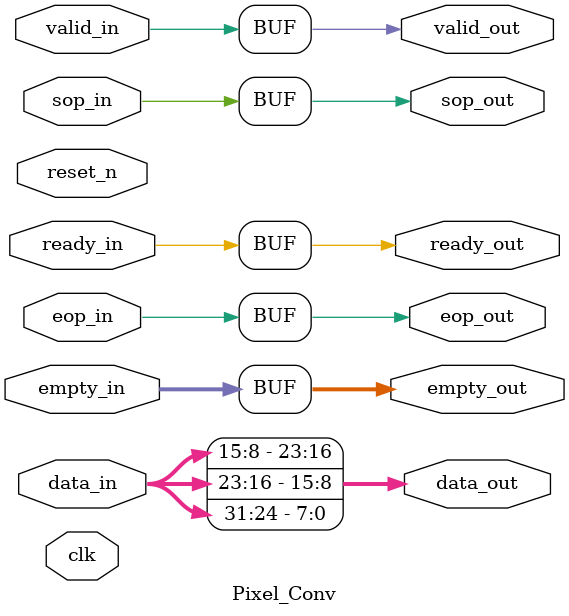
<source format=v>




// This file is only provided for you to read because there is some possibility that 
// it may improve your understanding of the Cyclone 5 starter kit.

// This file is provided on CONDITION that the authors shall NOT be liable for the 
// consequences of your use of any part of it.
// Do NOT use this file in any product.
// If you do not agree then delete all copies of this file in your possession.
// ALL copies or Modified copies of this file MUST contain these warnings & conditions.


// Do NOT use this file in any product.
// ***********************************



////////////////////////////////////////////////////////////////
//
// Video Pixel Converter
//     (Pixel_Conv.v)
//
// THIS is a Special YCbCr Version of the original Pixel Converter by wwkong
//
//
// OVERVIEW
//     This core converts 32-bit data in the format of Cb-Y-Cr-0 to 24-bit data
//     of format Cr-Y-Cb by discarding the Least Significant Byte (LSB)
//     AND
//     SWAPPING the RED & BLUE Bytes
//
// DEPLOYMENT
//     This core is implemented as an SOPC Builder component with a
//     single Avalon-ST data-sink (input) and Avalon-ST data-source
//     (output) signals. An associated TCL Metadata file declares this
//     core and  its interfaces for use in an SOPC Builder system.
//                           
////////////////////////////////////////////////////////////////

module Pixel_Conv
(
  // Global Signals
  clk,
  reset_n,

  // Avalon ST sink
  ready_out,
  valid_in,
  data_in,
  sop_in,
  eop_in,
  empty_in,

  // Avalon ST source
  ready_in,
  valid_out,
  data_out,
  sop_out,
  eop_out,
  empty_out
);

  parameter	SOURCE_SYMBOLS_PER_BEAT = 3;
  localparam 	SOURCE_EMPTY_WIDTH = (log2(SOURCE_SYMBOLS_PER_BEAT));
  // Global Signals
  input			clk;
  input 		reset_n;
  

  // Avalon ST sink
  output 		ready_out;
  input 		valid_in;
  input [31:0]	data_in;
  input 		sop_in;
  input 		eop_in;
  input [1:0]   empty_in;

  // Avalon ST source
  input 		ready_in;
  output 		valid_out;
  output [23:0]	data_out;
  output 		sop_out;
  output 		eop_out;
  output [(SOURCE_EMPTY_WIDTH - 1):0]	empty_out;

  function integer log2;
   	input [31:0]        value;
	for (log2=0; value>0; log2=log2+1)
		value = value>>1;
  endfunction

  assign ready_out = ready_in;
  assign valid_out = valid_in;
  assign sop_out = sop_in;
  assign eop_out = eop_in;
  assign empty_out = empty_in;

  assign data_out[23:16] = data_in[15:8];
  assign data_out[15:8]  = data_in[23:16];
  assign data_out[7:0]   = data_in[31:24];

endmodule


// synthesis translate_off
// Testbench for the Pixel_Conv

module test_Pixel_Conv;
   integer      result;
   
   reg          clk;
   reg          reset_n;
   
   reg [31:0]   data_in;
   reg          valid_in;
   reg          sop_in;
   reg          eop_in;
   reg [1:0]    empty_in;
   reg          ready_in;
   
   wire [23:0]  data_out;
   wire         valid_out;
   wire         sop_out;
   wire         eop_out;
   wire [1:0]   empty_out;
   wire         ready_out;
   
   /* The DUT */
   Pixel_Conv dut (
     // Global Signals
     .clk(clk),
     .reset_n(reset_n),
   
     // Avalon ST sink
     .ready_out(ready_out),
     .valid_in(valid_in),
     .data_in(data_in),
     .sop_in(sop_in),
     .eop_in(eop_in),
     .empty_in(empty_in),

     // Avalon ST source
     .ready_in(ready_in),
     .valid_out(valid_out),
     .data_out(data_out),
     .sop_out(sop_out),
     .eop_out(eop_out),
     .empty_out(empty_out)
   );
   
   
   
   /* Clock Generator */
   always 
   begin
      clk <= 1'b1 ; 
      #10; 
      clk <= 1'b0 ; 
      #10;
   end
   
   
      
   initial
   begin
      result <= 1;
		
		/* Reset the system */
		reset_n <= 0;
		@(negedge clk);
		reset_n <= 1;
		
		/* Testing Valid Signal */
		$display("\n### Testing Valid Signal ... ###\n");
		data_in  <= 32'h0;
      valid_in <= 1'h1;
      sop_in   <= 1'h0;
      eop_in   <= 1'h0;
      empty_in <= 2'h0;
      ready_in <= 1'h0;
      #1;
		if (data_out  == 24'h0 &&
          valid_out == 1'h1 &&
          sop_out   == 1'h0 &&
          eop_out   == 1'h0 &&
          empty_out == 2'h0 &&
          ready_out == 1'h0)
		begin
			$display("---Passed");
		end
		else
		begin
			$display("---Failed");
			result <= 0;
		end
		
		
		
		/* Testing SOP Signal */
		$display("\n### Testing SOP Signal ... ###\n");
		data_in  <= 32'h0;
      valid_in <= 1'h0;
      sop_in   <= 1'h1;
      eop_in   <= 1'h0;
      empty_in <= 2'h0;
      ready_in <= 1'h0;
      #1;
		if (data_out  == 24'h0 &&
          valid_out == 1'h0 &&
          sop_out   == 1'h1 &&
          eop_out   == 1'h0 &&
          empty_out == 2'h0 &&
          ready_out == 1'h0)
		begin
			$display("---Passed");
		end
		else
		begin
			$display("---Failed");
			result <= 0;
		end
		
		
		
		/* Testing EOP Signal */
		$display("\n### Testing EOP Signal ... ###\n");
		data_in  <= 32'h0;
      valid_in <= 1'h0;
      sop_in   <= 1'h0;
      eop_in   <= 1'h1;
      empty_in <= 2'h0;
      ready_in <= 1'h0;
      #1;
		if (data_out  == 24'h0 &&
          valid_out == 1'h0 &&
          sop_out   == 1'h0 &&
          eop_out   == 1'h1 &&
          empty_out == 2'h0 &&
          ready_out == 1'h0)
		begin
			$display("---Passed");
		end
		else
		begin
			$display("---Failed");
			result <= 0;
		end
		
		
		
		/* Testing Ready Signal */
		$display("\n### Testing Ready Signal ... ###\n");
		data_in  <= 32'h0;
      valid_in <= 1'h0;
      sop_in   <= 1'h0;
      eop_in   <= 1'h0;
      empty_in <= 2'h0;
      ready_in <= 1'h1;
      #1;
		if (data_out  == 24'h0 &&
          valid_out == 1'h0 &&
          sop_out   == 1'h0 &&
          eop_out   == 1'h0 &&
          empty_out == 2'h0 &&
          ready_out == 1'h1)
		begin
			$display("---Passed");
		end
		else
		begin
			$display("---Failed");
			result <= 0;
		end
		
		
		
		/* Testing Data Signal */
		$display("\n### Testing Data Signal ... ###\n");
		data_in  <= 32'h11223344;
      valid_in <= 1'h0;
      sop_in   <= 1'h0;
      eop_in   <= 1'h0;
      empty_in <= 2'h0;
      ready_in <= 1'h0;
      #1;
		if (data_out  == 24'h112233 &&
          valid_out == 1'h0 &&
          sop_out   == 1'h0 &&
          eop_out   == 1'h0 &&
          empty_out == 2'h0 &&
          ready_out == 1'h0)
		begin
			$display("---Passed");
		end
		else
		begin
			$display("---Failed");
			result <= 0;
		end
		
		
		
		/* Display overall result */
		#1;
		if (result == 1)
		begin
			$display("\n\n------ Simulation Passed ------\n\n");
		end
		else
		begin
			$display("\n\n------ Simulation Failed ------\n\n");
		end
		
		
		$stop;
		
       
   end
   
   

endmodule

// synthesis translate_on

</source>
